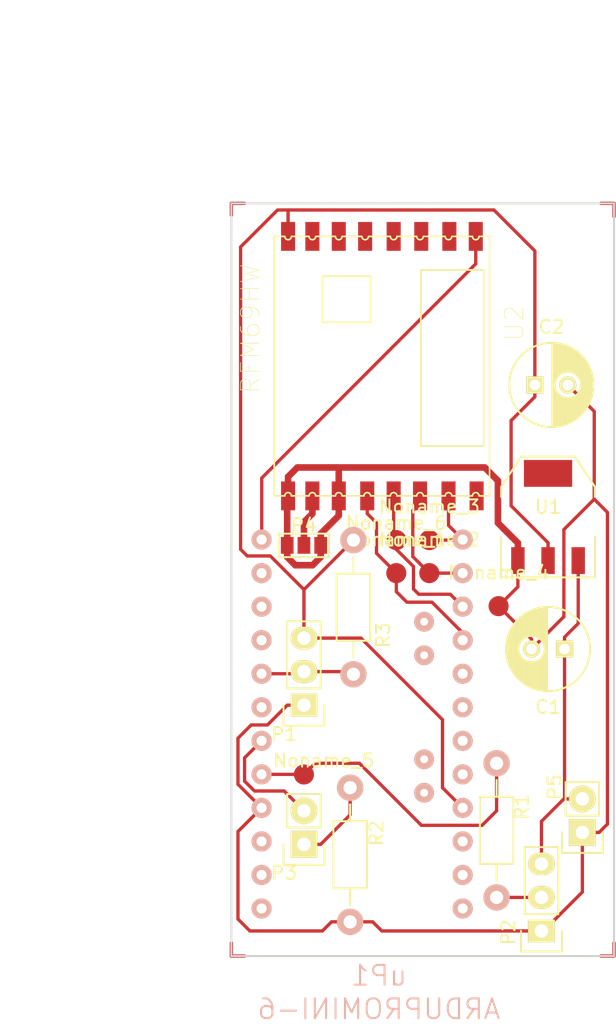
<source format=kicad_pcb>

(kicad_pcb
  (version 20171130)
  (host pcbnew "(5.1.12)-1")
  (general
    (thickness 1.6)
    (drawings 6)
    (tracks 163)
    (zones 0)
    (modules 19)
    (nets 15))
  (page A4)
  (layers
    (0 F.Cu signal)
    (31 B.Cu signal)
    (32 B.Adhes user)
    (33 F.Adhes user)
    (34 B.Paste user)
    (35 F.Paste user)
    (36 B.SilkS user)
    (37 F.SilkS user)
    (38 B.Mask user)
    (39 F.Mask user)
    (40 Dwgs.User user)
    (41 Cmts.User user)
    (42 Eco1.User user)
    (43 Eco2.User user)
    (44 Edge.Cuts user)
    (45 Margin user)
    (46 B.CrtYd user)
    (47 F.CrtYd user)
    (48 B.Fab user)
    (49 F.Fab user))
  (setup
    (last_trace_width 0.25)
    (trace_clearance 0.2)
    (zone_clearance 0.508)
    (zone_45_only no)
    (trace_min 0.2)
    (via_size 0.6)
    (via_drill 0.4)
    (via_min_size 0.4)
    (via_min_drill 0.3)
    (uvia_size 0.3)
    (uvia_drill 0.1)
    (uvias_allowed no)
    (uvia_min_size 0.2)
    (uvia_min_drill 0.1)
    (edge_width 0.15)
    (segment_width 0.2)
    (pcb_text_width 0.3)
    (pcb_text_size 1.5 1.5)
    (mod_edge_width 0.15)
    (mod_text_size 1 1)
    (mod_text_width 0.15)
    (pad_size 1.524 1.524)
    (pad_drill 0.762)
    (pad_to_mask_clearance 0.2)
    (aux_axis_origin 0 0)
    (visible_elements 7FFFFFFF)
    (pcbplotparams
      (layerselection 0x00030_80000001)
      (usegerberextensions false)
      (usegerberattributes true)
      (usegerberadvancedattributes true)
      (creategerberjobfile true)
      (excludeedgelayer true)
      (linewidth 1.0)
      (plotframeref false)
      (viasonmask false)
      (mode 1)
      (useauxorigin false)
      (hpglpennumber 1)
      (hpglpenspeed 20)
      (hpglpendiameter 15.0)
      (psnegative false)
      (psa4output false)
      (plotreference true)
      (plotvalue true)
      (plotinvisibletext false)
      (padsonsilk false)
      (subtractmaskfromsilk false)
      (outputformat 1)
      (mirror false)
      (drillshape 1)
      (scaleselection 1)
      (outputdirectory "")))
  (net 0 "")
  (net 1 GND)
  (net 2 +5V)
  (net 3 "Net-(C2-Pad1)")
  (net 4 "Net-(P1-Pad2)")
  (net 5 "Net-(P2-Pad2)")
  (net 6 "Net-(P3-Pad1)")
  (net 7 "Net-(P3-Pad2)")
  (net 8 "Net-(P4-Pad2)")
  (net 9 "Net-(R1-Pad1)")
  (net 10 "Net-(U2-PadRESE)")
  (net 11 "Net-(U2-PadSCK)")
  (net 12 "Net-(U2-PadMISO)")
  (net 13 "Net-(U2-PadMOSI)")
  (net 14 "Net-(U2-PadNSS)")
  (net_class Default "This is the default net class."
    (clearance 0.2)
    (trace_width 0.25)
    (via_dia 0.6)
    (via_drill 0.4)
    (uvia_dia 0.3)
    (uvia_drill 0.1)
    (add_net +5V)
    (add_net GND)
    (add_net "Net-(C2-Pad1)")
    (add_net "Net-(P1-Pad2)")
    (add_net "Net-(P2-Pad2)")
    (add_net "Net-(P3-Pad1)")
    (add_net "Net-(P3-Pad2)")
    (add_net "Net-(P4-Pad2)")
    (add_net "Net-(R1-Pad1)")
    (add_net "Net-(U2-PadMISO)")
    (add_net "Net-(U2-PadMOSI)")
    (add_net "Net-(U2-PadNSS)")
    (add_net "Net-(U2-PadRESE)")
    (add_net "Net-(U2-PadSCK)"))
  (net_class RF ""
    (clearance 0.2)
    (trace_width 0.5)
    (via_dia 0.6)
    (via_drill 0.4)
    (uvia_dia 0.3)
    (uvia_drill 0.1))
  (module ArduProMiniTKB:ArduProMini-6
    (layer B.Cu)
    (tedit 5767CBCA)
    (tstamp 575FD055)
    (at 40.75 107.55)
    (path /575F2622)
    (fp_text reference uP1
      (at 11.43 -1.27)
      (layer B.SilkS)
      (effects
        (font
          (size 1.5 1.5)
          (thickness 0.15))
        (justify mirror)))
    (fp_text value ARDUPROMINI-6
      (at 11.43 1.27)
      (layer B.SilkS)
      (effects
        (font
          (size 1.5 1.5)
          (thickness 0.15))
        (justify mirror)))
    (pad 7 thru_hole circle
      (at 2.54 -6.35)
      (size 1.524 1.524)
      (drill 0.762)
      (layers *.Cu *.Mask B.SilkS))
    (pad 8 thru_hole circle
      (at 2.54 -8.89)
      (size 1.524 1.524)
      (drill 0.762)
      (layers *.Cu *.Mask B.SilkS))
    (pad 9 thru_hole circle
      (at 2.54 -11.43)
      (size 1.524 1.524)
      (drill 0.762)
      (layers *.Cu *.Mask B.SilkS))
    (pad 10 thru_hole circle
      (at 2.54 -13.97)
      (size 1.524 1.524)
      (drill 0.762)
      (layers *.Cu *.Mask B.SilkS)
      (net 1 GND))
    (pad 11 thru_hole circle
      (at 2.54 -16.51)
      (size 1.524 1.524)
      (drill 0.762)
      (layers *.Cu *.Mask B.SilkS)
      (net 9 "Net-(R1-Pad1)"))
    (pad 12 thru_hole circle
      (at 2.54 -19.05)
      (size 1.524 1.524)
      (drill 0.762)
      (layers *.Cu *.Mask B.SilkS)
      (net 7 "Net-(P3-Pad2)"))
    (pad 13 thru_hole circle
      (at 2.54 -21.59)
      (size 1.524 1.524)
      (drill 0.762)
      (layers *.Cu *.Mask B.SilkS))
    (pad 14 thru_hole circle
      (at 2.54 -24.13)
      (size 1.524 1.524)
      (drill 0.762)
      (layers *.Cu *.Mask B.SilkS)
      (net 4 "Net-(P1-Pad2)"))
    (pad 15 thru_hole circle
      (at 2.54 -26.67)
      (size 1.524 1.524)
      (drill 0.762)
      (layers *.Cu *.Mask B.SilkS))
    (pad 16 thru_hole circle
      (at 2.54 -29.21)
      (size 1.524 1.524)
      (drill 0.762)
      (layers *.Cu *.Mask B.SilkS))
    (pad 17 thru_hole circle
      (at 2.54 -31.75)
      (size 1.524 1.524)
      (drill 0.762)
      (layers *.Cu *.Mask B.SilkS))
    (pad 18 thru_hole circle
      (at 2.54 -34.29)
      (size 1.524 1.524)
      (drill 0.762)
      (layers *.Cu *.Mask B.SilkS)
      (net 10 "Net-(U2-PadRESE)"))
    (pad 19 thru_hole circle
      (at 17.78 -6.35)
      (size 1.524 1.524)
      (drill 0.762)
      (layers *.Cu *.Mask B.SilkS))
    (pad 20 thru_hole circle
      (at 17.78 -8.89)
      (size 1.524 1.524)
      (drill 0.762)
      (layers *.Cu *.Mask B.SilkS))
    (pad 21 thru_hole circle
      (at 17.78 -11.43)
      (size 1.524 1.524)
      (drill 0.762)
      (layers *.Cu *.Mask B.SilkS))
    (pad 22 thru_hole circle
      (at 17.78 -13.97)
      (size 1.524 1.524)
      (drill 0.762)
      (layers *.Cu *.Mask B.SilkS)
      (net 3 "Net-(C2-Pad1)"))
    (pad 23 thru_hole circle
      (at 17.78 -16.51)
      (size 1.524 1.524)
      (drill 0.762)
      (layers *.Cu *.Mask B.SilkS))
    (pad 24 thru_hole circle
      (at 17.78 -19.05)
      (size 1.524 1.524)
      (drill 0.762)
      (layers *.Cu *.Mask B.SilkS))
    (pad 25 thru_hole circle
      (at 17.78 -21.59)
      (size 1.524 1.524)
      (drill 0.762)
      (layers *.Cu *.Mask B.SilkS))
    (pad 26 thru_hole circle
      (at 17.78 -24.13)
      (size 1.524 1.524)
      (drill 0.762)
      (layers *.Cu *.Mask B.SilkS))
    (pad 27 thru_hole circle
      (at 17.78 -26.67)
      (size 1.524 1.524)
      (drill 0.762)
      (layers *.Cu *.Mask B.SilkS)
      (net 11 "Net-(U2-PadSCK)"))
    (pad 28 thru_hole circle
      (at 17.78 -29.21)
      (size 1.524 1.524)
      (drill 0.762)
      (layers *.Cu *.Mask B.SilkS)
      (net 12 "Net-(U2-PadMISO)"))
    (pad 29 thru_hole circle
      (at 17.78 -31.75)
      (size 1.524 1.524)
      (drill 0.762)
      (layers *.Cu *.Mask B.SilkS)
      (net 13 "Net-(U2-PadMOSI)"))
    (pad 30 thru_hole circle
      (at 17.78 -34.29)
      (size 1.524 1.524)
      (drill 0.762)
      (layers *.Cu *.Mask B.SilkS)
      (net 14 "Net-(U2-PadNSS)"))
    (pad 31 thru_hole circle
      (at 14.859 -15.113)
      (size 1.5 1.5)
      (drill 0.6)
      (layers *.Cu *.Mask B.SilkS))
    (pad 32 thru_hole circle
      (at 14.859 -17.653)
      (size 1.5 1.5)
      (drill 0.6)
      (layers *.Cu *.Mask B.SilkS))
    (pad 34 thru_hole circle
      (at 14.859 -25.527)
      (size 1.5 1.5)
      (drill 0.6)
      (layers *.Cu *.Mask B.SilkS))
    (pad 35 thru_hole circle
      (at 14.859 -28.067)
      (size 1.5 1.5)
      (drill 0.6)
      (layers *.Cu *.Mask B.SilkS)))
  (module Measurement_Points:Measurement_Point_Round-SMD-Pad_Small
    (layer F.Cu)
    (tedit 5767CDD2)
    (tstamp 575FD069)
    (at 53.5 73.3)
    (descr "Mesurement Point, Round, SMD Pad, DM 1.5mm,")
    (tags "Mesurement Point, Round, SMD Pad, DM 1.5mm,")
    (path /575FCAC3)
    (fp_text reference Noname_6
      (at 0 -1.3)
      (layer F.SilkS)
      (effects
        (font
          (size 1 1)
          (thickness 0.15))))
    (fp_text value ""
      (at -1.5 4.2 90)
      (layer F.Fab)
      (effects
        (font
          (size 1 1)
          (thickness 0.15))))
    (pad 1 smd circle
      (at 0 0)
      (size 1.524 1.524)
      (layers F.Cu F.Paste F.Mask)
      (net 12 "Net-(U2-PadMISO)")))
  (module Resistors_ThroughHole:Resistor_Horizontal_RM10mm
    (layer F.Cu)
    (tedit 5767CCAF)
    (tstamp 575FD00D)
    (at 61.1 90.2 270)
    (descr "Resistor, Axial,  RM 10mm, 1/3W")
    (tags "Resistor Axial RM 10mm 1/3W")
    (path /575FC5F1)
    (fp_text reference R1
      (at 3.3 -1.9 270)
      (layer F.SilkS)
      (effects
        (font
          (size 1 1)
          (thickness 0.15))))
    (fp_text value 470
      (at 5.3 0.1 270)
      (layer F.Fab)
      (effects
        (font
          (size 1 1)
          (thickness 0.15))))
    (fp_line
      (start 7.62 0)
      (end 8.89 0)
      (layer F.SilkS)
      (width 0.15))
    (fp_line
      (start 2.54 0)
      (end 1.27 0)
      (layer F.SilkS)
      (width 0.15))
    (fp_line
      (start 2.54 1.27)
      (end 2.54 -1.27)
      (layer F.SilkS)
      (width 0.15))
    (fp_line
      (start 7.62 1.27)
      (end 2.54 1.27)
      (layer F.SilkS)
      (width 0.15))
    (fp_line
      (start 7.62 -1.27)
      (end 7.62 1.27)
      (layer F.SilkS)
      (width 0.15))
    (fp_line
      (start 2.54 -1.27)
      (end 7.62 -1.27)
      (layer F.SilkS)
      (width 0.15))
    (fp_line
      (start -1.25 1.5)
      (end 11.4 1.5)
      (layer F.CrtYd)
      (width 0.05))
    (fp_line
      (start 11.4 -1.5)
      (end 11.4 1.5)
      (layer F.CrtYd)
      (width 0.05))
    (fp_line
      (start -1.25 1.5)
      (end -1.25 -1.5)
      (layer F.CrtYd)
      (width 0.05))
    (fp_line
      (start -1.25 -1.5)
      (end 11.4 -1.5)
      (layer F.CrtYd)
      (width 0.05))
    (pad 1 thru_hole circle
      (at 0 0 270)
      (size 1.99898 1.99898)
      (drill 1.00076)
      (layers *.Cu *.SilkS *.Mask)
      (net 9 "Net-(R1-Pad1)"))
    (pad 2 thru_hole circle
      (at 10.16 0 270)
      (size 1.99898 1.99898)
      (drill 1.00076)
      (layers *.Cu *.SilkS *.Mask)
      (net 5 "Net-(P2-Pad2)"))
    (model Resistors_ThroughHole.3dshapes/Resistor_Horizontal_RM10mm.wrl
      (at
        (xyz 0 0 0))
      (scale
        (xyz 0.4 0.4 0.4))
      (rotate
        (xyz 0 0 0))))
  (module Pin_Headers:Pin_Header_Straight_1x03
    (layer F.Cu)
    (tedit 5767CC99)
    (tstamp 575FCFF5)
    (at 64.5 102.9 180)
    (descr "Through hole pin header")
    (tags "pin header")
    (path /575FC5BE)
    (fp_text reference P2
      (at 2.5 -0.1 90)
      (layer F.SilkS)
      (effects
        (font
          (size 1 1)
          (thickness 0.15))))
    (fp_text value CONN_PIR
      (at -2.5 1.9 270)
      (layer F.Fab)
      (effects
        (font
          (size 1 1)
          (thickness 0.15))))
    (fp_line
      (start -1.55 -1.55)
      (end 1.55 -1.55)
      (layer F.SilkS)
      (width 0.15))
    (fp_line
      (start -1.55 0)
      (end -1.55 -1.55)
      (layer F.SilkS)
      (width 0.15))
    (fp_line
      (start 1.27 1.27)
      (end -1.27 1.27)
      (layer F.SilkS)
      (width 0.15))
    (fp_line
      (start 1.55 -1.55)
      (end 1.55 0)
      (layer F.SilkS)
      (width 0.15))
    (fp_line
      (start 1.27 6.35)
      (end 1.27 1.27)
      (layer F.SilkS)
      (width 0.15))
    (fp_line
      (start -1.27 6.35)
      (end 1.27 6.35)
      (layer F.SilkS)
      (width 0.15))
    (fp_line
      (start -1.27 1.27)
      (end -1.27 6.35)
      (layer F.SilkS)
      (width 0.15))
    (fp_line
      (start -1.75 6.85)
      (end 1.75 6.85)
      (layer F.CrtYd)
      (width 0.05))
    (fp_line
      (start -1.75 -1.75)
      (end 1.75 -1.75)
      (layer F.CrtYd)
      (width 0.05))
    (fp_line
      (start 1.75 -1.75)
      (end 1.75 6.85)
      (layer F.CrtYd)
      (width 0.05))
    (fp_line
      (start -1.75 -1.75)
      (end -1.75 6.85)
      (layer F.CrtYd)
      (width 0.05))
    (pad 1 thru_hole rect
      (at 0 0 180)
      (size 2.032 1.7272)
      (drill 1.016)
      (layers *.Cu *.Mask F.SilkS)
      (net 1 GND))
    (pad 2 thru_hole oval
      (at 0 2.54 180)
      (size 2.032 1.7272)
      (drill 1.016)
      (layers *.Cu *.Mask F.SilkS)
      (net 5 "Net-(P2-Pad2)"))
    (pad 3 thru_hole oval
      (at 0 5.08 180)
      (size 2.032 1.7272)
      (drill 1.016)
      (layers *.Cu *.Mask F.SilkS)
      (net 2 +5V))
    (model Pin_Headers.3dshapes/Pin_Header_Straight_1x03.wrl
      (offset
        (xyz 0 -2.539999961853027 0))
      (scale
        (xyz 1 1 1))
      (rotate
        (xyz 0 0 90))))
  (module Capacitors_ThroughHole:C_Radial_D6.3_L11.2_P2.5
    (layer F.Cu)
    (tedit 0)
    (tstamp 575FCFE1)
    (at 66.25 81.55 180)
    (descr "Radial Electrolytic Capacitor, Diameter 6.3mm x Length 11.2mm, Pitch 2.5mm")
    (tags "Electrolytic Capacitor")
    (path /575FBCE7)
    (fp_text reference C1
      (at 1.25 -4.4 180)
      (layer F.SilkS)
      (effects
        (font
          (size 1 1)
          (thickness 0.15))))
    (fp_text value 10uF
      (at 1.25 4.4 180)
      (layer F.Fab)
      (effects
        (font
          (size 1 1)
          (thickness 0.15))))
    (fp_circle
      (center 1.25 0)
      (end 1.25 -3.4)
      (layer F.CrtYd)
      (width 0.05))
    (fp_circle
      (center 1.25 0)
      (end 1.25 -3.1875)
      (layer F.SilkS)
      (width 0.15))
    (fp_circle
      (center 2.5 0)
      (end 2.5 -1)
      (layer F.SilkS)
      (width 0.15))
    (fp_line
      (start 4.265 -0.912)
      (end 4.265 0.912)
      (layer F.SilkS)
      (width 0.15))
    (fp_line
      (start 4.125 -1.287)
      (end 4.125 1.287)
      (layer F.SilkS)
      (width 0.15))
    (fp_line
      (start 3.985 -1.563)
      (end 3.985 1.563)
      (layer F.SilkS)
      (width 0.15))
    (fp_line
      (start 3.845 -1.786)
      (end 3.845 1.786)
      (layer F.SilkS)
      (width 0.15))
    (fp_line
      (start 3.705 -1.974)
      (end 3.705 1.974)
      (layer F.SilkS)
      (width 0.15))
    (fp_line
      (start 3.565 -2.136)
      (end 3.565 2.136)
      (layer F.SilkS)
      (width 0.15))
    (fp_line
      (start 3.425 0.38)
      (end 3.425 2.279)
      (layer F.SilkS)
      (width 0.15))
    (fp_line
      (start 3.425 -2.279)
      (end 3.425 -0.38)
      (layer F.SilkS)
      (width 0.15))
    (fp_line
      (start 3.285 0.619)
      (end 3.285 2.404)
      (layer F.SilkS)
      (width 0.15))
    (fp_line
      (start 3.285 -2.404)
      (end 3.285 -0.619)
      (layer F.SilkS)
      (width 0.15))
    (fp_line
      (start 3.145 0.764)
      (end 3.145 2.516)
      (layer F.SilkS)
      (width 0.15))
    (fp_line
      (start 3.145 -2.516)
      (end 3.145 -0.764)
      (layer F.SilkS)
      (width 0.15))
    (fp_line
      (start 3.005 0.863)
      (end 3.005 2.616)
      (layer F.SilkS)
      (width 0.15))
    (fp_line
      (start 3.005 -2.616)
      (end 3.005 -0.863)
      (layer F.SilkS)
      (width 0.15))
    (fp_line
      (start 2.865 0.931)
      (end 2.865 2.704)
      (layer F.SilkS)
      (width 0.15))
    (fp_line
      (start 2.865 -2.704)
      (end 2.865 -0.931)
      (layer F.SilkS)
      (width 0.15))
    (fp_line
      (start 2.725 0.974)
      (end 2.725 2.783)
      (layer F.SilkS)
      (width 0.15))
    (fp_line
      (start 2.725 -2.783)
      (end 2.725 -0.974)
      (layer F.SilkS)
      (width 0.15))
    (fp_line
      (start 2.585 0.996)
      (end 2.585 2.853)
      (layer F.SilkS)
      (width 0.15))
    (fp_line
      (start 2.585 -2.853)
      (end 2.585 -0.996)
      (layer F.SilkS)
      (width 0.15))
    (fp_line
      (start 2.445 0.998)
      (end 2.445 2.915)
      (layer F.SilkS)
      (width 0.15))
    (fp_line
      (start 2.445 -2.915)
      (end 2.445 -0.998)
      (layer F.SilkS)
      (width 0.15))
    (fp_line
      (start 2.305 0.981)
      (end 2.305 2.968)
      (layer F.SilkS)
      (width 0.15))
    (fp_line
      (start 2.305 -2.968)
      (end 2.305 -0.981)
      (layer F.SilkS)
      (width 0.15))
    (fp_line
      (start 2.165 0.942)
      (end 2.165 3.014)
      (layer F.SilkS)
      (width 0.15))
    (fp_line
      (start 2.165 -3.014)
      (end 2.165 -0.942)
      (layer F.SilkS)
      (width 0.15))
    (fp_line
      (start 2.025 0.88)
      (end 2.025 3.053)
      (layer F.SilkS)
      (width 0.15))
    (fp_line
      (start 2.025 -3.053)
      (end 2.025 -0.88)
      (layer F.SilkS)
      (width 0.15))
    (fp_line
      (start 1.885 0.789)
      (end 1.885 3.085)
      (layer F.SilkS)
      (width 0.15))
    (fp_line
      (start 1.885 -3.085)
      (end 1.885 -0.789)
      (layer F.SilkS)
      (width 0.15))
    (fp_line
      (start 1.745 0.656)
      (end 1.745 3.111)
      (layer F.SilkS)
      (width 0.15))
    (fp_line
      (start 1.745 -3.111)
      (end 1.745 -0.656)
      (layer F.SilkS)
      (width 0.15))
    (fp_line
      (start 1.605 0.446)
      (end 1.605 3.13)
      (layer F.SilkS)
      (width 0.15))
    (fp_line
      (start 1.605 -3.13)
      (end 1.605 -0.446)
      (layer F.SilkS)
      (width 0.15))
    (fp_line
      (start 1.465 -3.143)
      (end 1.465 3.143)
      (layer F.SilkS)
      (width 0.15))
    (fp_line
      (start 1.325 -3.149)
      (end 1.325 3.149)
      (layer F.SilkS)
      (width 0.15))
    (pad 2 thru_hole circle
      (at 2.5 0 180)
      (size 1.3 1.3)
      (drill 0.8)
      (layers *.Cu *.Mask F.SilkS)
      (net 1 GND))
    (pad 1 thru_hole rect
      (at 0 0 180)
      (size 1.3 1.3)
      (drill 0.8)
      (layers *.Cu *.Mask F.SilkS)
      (net 2 +5V))
    (model Capacitors_ThroughHole.3dshapes/C_Radial_D6.3_L11.2_P2.5.wrl
      (at
        (xyz 0 0 0))
      (scale
        (xyz 1 1 1))
      (rotate
        (xyz 0 0 0))))
  (module Capacitors_ThroughHole:C_Radial_D6.3_L11.2_P2.5
    (layer F.Cu)
    (tedit 0)
    (tstamp 575FCFE7)
    (at 64 61.55)
    (descr "Radial Electrolytic Capacitor, Diameter 6.3mm x Length 11.2mm, Pitch 2.5mm")
    (tags "Electrolytic Capacitor")
    (path /575FBD81)
    (fp_text reference C2
      (at 1.25 -4.4)
      (layer F.SilkS)
      (effects
        (font
          (size 1 1)
          (thickness 0.15))))
    (fp_text value 100uF
      (at 1.25 4.4)
      (layer F.Fab)
      (effects
        (font
          (size 1 1)
          (thickness 0.15))))
    (fp_circle
      (center 1.25 0)
      (end 1.25 -3.4)
      (layer F.CrtYd)
      (width 0.05))
    (fp_circle
      (center 1.25 0)
      (end 1.25 -3.1875)
      (layer F.SilkS)
      (width 0.15))
    (fp_circle
      (center 2.5 0)
      (end 2.5 -1)
      (layer F.SilkS)
      (width 0.15))
    (fp_line
      (start 4.265 -0.912)
      (end 4.265 0.912)
      (layer F.SilkS)
      (width 0.15))
    (fp_line
      (start 4.125 -1.287)
      (end 4.125 1.287)
      (layer F.SilkS)
      (width 0.15))
    (fp_line
      (start 3.985 -1.563)
      (end 3.985 1.563)
      (layer F.SilkS)
      (width 0.15))
    (fp_line
      (start 3.845 -1.786)
      (end 3.845 1.786)
      (layer F.SilkS)
      (width 0.15))
    (fp_line
      (start 3.705 -1.974)
      (end 3.705 1.974)
      (layer F.SilkS)
      (width 0.15))
    (fp_line
      (start 3.565 -2.136)
      (end 3.565 2.136)
      (layer F.SilkS)
      (width 0.15))
    (fp_line
      (start 3.425 0.38)
      (end 3.425 2.279)
      (layer F.SilkS)
      (width 0.15))
    (fp_line
      (start 3.425 -2.279)
      (end 3.425 -0.38)
      (layer F.SilkS)
      (width 0.15))
    (fp_line
      (start 3.285 0.619)
      (end 3.285 2.404)
      (layer F.SilkS)
      (width 0.15))
    (fp_line
      (start 3.285 -2.404)
      (end 3.285 -0.619)
      (layer F.SilkS)
      (width 0.15))
    (fp_line
      (start 3.145 0.764)
      (end 3.145 2.516)
      (layer F.SilkS)
      (width 0.15))
    (fp_line
      (start 3.145 -2.516)
      (end 3.145 -0.764)
      (layer F.SilkS)
      (width 0.15))
    (fp_line
      (start 3.005 0.863)
      (end 3.005 2.616)
      (layer F.SilkS)
      (width 0.15))
    (fp_line
      (start 3.005 -2.616)
      (end 3.005 -0.863)
      (layer F.SilkS)
      (width 0.15))
    (fp_line
      (start 2.865 0.931)
      (end 2.865 2.704)
      (layer F.SilkS)
      (width 0.15))
    (fp_line
      (start 2.865 -2.704)
      (end 2.865 -0.931)
      (layer F.SilkS)
      (width 0.15))
    (fp_line
      (start 2.725 0.974)
      (end 2.725 2.783)
      (layer F.SilkS)
      (width 0.15))
    (fp_line
      (start 2.725 -2.783)
      (end 2.725 -0.974)
      (layer F.SilkS)
      (width 0.15))
    (fp_line
      (start 2.585 0.996)
      (end 2.585 2.853)
      (layer F.SilkS)
      (width 0.15))
    (fp_line
      (start 2.585 -2.853)
      (end 2.585 -0.996)
      (layer F.SilkS)
      (width 0.15))
    (fp_line
      (start 2.445 0.998)
      (end 2.445 2.915)
      (layer F.SilkS)
      (width 0.15))
    (fp_line
      (start 2.445 -2.915)
      (end 2.445 -0.998)
      (layer F.SilkS)
      (width 0.15))
    (fp_line
      (start 2.305 0.981)
      (end 2.305 2.968)
      (layer F.SilkS)
      (width 0.15))
    (fp_line
      (start 2.305 -2.968)
      (end 2.305 -0.981)
      (layer F.SilkS)
      (width 0.15))
    (fp_line
      (start 2.165 0.942)
      (end 2.165 3.014)
      (layer F.SilkS)
      (width 0.15))
    (fp_line
      (start 2.165 -3.014)
      (end 2.165 -0.942)
      (layer F.SilkS)
      (width 0.15))
    (fp_line
      (start 2.025 0.88)
      (end 2.025 3.053)
      (layer F.SilkS)
      (width 0.15))
    (fp_line
      (start 2.025 -3.053)
      (end 2.025 -0.88)
      (layer F.SilkS)
      (width 0.15))
    (fp_line
      (start 1.885 0.789)
      (end 1.885 3.085)
      (layer F.SilkS)
      (width 0.15))
    (fp_line
      (start 1.885 -3.085)
      (end 1.885 -0.789)
      (layer F.SilkS)
      (width 0.15))
    (fp_line
      (start 1.745 0.656)
      (end 1.745 3.111)
      (layer F.SilkS)
      (width 0.15))
    (fp_line
      (start 1.745 -3.111)
      (end 1.745 -0.656)
      (layer F.SilkS)
      (width 0.15))
    (fp_line
      (start 1.605 0.446)
      (end 1.605 3.13)
      (layer F.SilkS)
      (width 0.15))
    (fp_line
      (start 1.605 -3.13)
      (end 1.605 -0.446)
      (layer F.SilkS)
      (width 0.15))
    (fp_line
      (start 1.465 -3.143)
      (end 1.465 3.143)
      (layer F.SilkS)
      (width 0.15))
    (fp_line
      (start 1.325 -3.149)
      (end 1.325 3.149)
      (layer F.SilkS)
      (width 0.15))
    (pad 2 thru_hole circle
      (at 2.5 0)
      (size 1.3 1.3)
      (drill 0.8)
      (layers *.Cu *.Mask F.SilkS)
      (net 1 GND))
    (pad 1 thru_hole rect
      (at 0 0)
      (size 1.3 1.3)
      (drill 0.8)
      (layers *.Cu *.Mask F.SilkS)
      (net 3 "Net-(C2-Pad1)"))
    (model Capacitors_ThroughHole.3dshapes/C_Radial_D6.3_L11.2_P2.5.wrl
      (at
        (xyz 0 0 0))
      (scale
        (xyz 1 1 1))
      (rotate
        (xyz 0 0 0))))
  (module Pin_Headers:Pin_Header_Straight_1x03
    (layer F.Cu)
    (tedit 5767CD63)
    (tstamp 575FCFEE)
    (at 46.5 85.8 180)
    (descr "Through hole pin header")
    (tags "pin header")
    (path /575FBFBE)
    (fp_text reference P1
      (at 1.5 -2.2 180)
      (layer F.SilkS)
      (effects
        (font
          (size 1 1)
          (thickness 0.15))))
    (fp_text value 1WIRE
      (at -1.5 -2.2 180)
      (layer F.Fab)
      (effects
        (font
          (size 1 1)
          (thickness 0.15))))
    (fp_line
      (start -1.55 -1.55)
      (end 1.55 -1.55)
      (layer F.SilkS)
      (width 0.15))
    (fp_line
      (start -1.55 0)
      (end -1.55 -1.55)
      (layer F.SilkS)
      (width 0.15))
    (fp_line
      (start 1.27 1.27)
      (end -1.27 1.27)
      (layer F.SilkS)
      (width 0.15))
    (fp_line
      (start 1.55 -1.55)
      (end 1.55 0)
      (layer F.SilkS)
      (width 0.15))
    (fp_line
      (start 1.27 6.35)
      (end 1.27 1.27)
      (layer F.SilkS)
      (width 0.15))
    (fp_line
      (start -1.27 6.35)
      (end 1.27 6.35)
      (layer F.SilkS)
      (width 0.15))
    (fp_line
      (start -1.27 1.27)
      (end -1.27 6.35)
      (layer F.SilkS)
      (width 0.15))
    (fp_line
      (start -1.75 6.85)
      (end 1.75 6.85)
      (layer F.CrtYd)
      (width 0.05))
    (fp_line
      (start -1.75 -1.75)
      (end 1.75 -1.75)
      (layer F.CrtYd)
      (width 0.05))
    (fp_line
      (start 1.75 -1.75)
      (end 1.75 6.85)
      (layer F.CrtYd)
      (width 0.05))
    (fp_line
      (start -1.75 -1.75)
      (end -1.75 6.85)
      (layer F.CrtYd)
      (width 0.05))
    (pad 1 thru_hole rect
      (at 0 0 180)
      (size 2.032 1.7272)
      (drill 1.016)
      (layers *.Cu *.Mask F.SilkS)
      (net 1 GND))
    (pad 2 thru_hole oval
      (at 0 2.54 180)
      (size 2.032 1.7272)
      (drill 1.016)
      (layers *.Cu *.Mask F.SilkS)
      (net 4 "Net-(P1-Pad2)"))
    (pad 3 thru_hole oval
      (at 0 5.08 180)
      (size 2.032 1.7272)
      (drill 1.016)
      (layers *.Cu *.Mask F.SilkS)
      (net 3 "Net-(C2-Pad1)"))
    (model Pin_Headers.3dshapes/Pin_Header_Straight_1x03.wrl
      (offset
        (xyz 0 -2.539999961853027 0))
      (scale
        (xyz 1 1 1))
      (rotate
        (xyz 0 0 90))))
  (module Pin_Headers:Pin_Header_Straight_1x02
    (layer F.Cu)
    (tedit 5767CD78)
    (tstamp 575FCFFB)
    (at 46.5 96.34 180)
    (descr "Through hole pin header")
    (tags "pin header")
    (path /575FC228)
    (fp_text reference P3
      (at 1.5 -2.16 180)
      (layer F.SilkS)
      (effects
        (font
          (size 1 1)
          (thickness 0.15))))
    (fp_text value MTR
      (at -1 -2.16 180)
      (layer F.Fab)
      (effects
        (font
          (size 1 1)
          (thickness 0.15))))
    (fp_line
      (start -1.27 3.81)
      (end 1.27 3.81)
      (layer F.SilkS)
      (width 0.15))
    (fp_line
      (start -1.27 1.27)
      (end -1.27 3.81)
      (layer F.SilkS)
      (width 0.15))
    (fp_line
      (start -1.55 -1.55)
      (end 1.55 -1.55)
      (layer F.SilkS)
      (width 0.15))
    (fp_line
      (start -1.55 0)
      (end -1.55 -1.55)
      (layer F.SilkS)
      (width 0.15))
    (fp_line
      (start 1.27 1.27)
      (end -1.27 1.27)
      (layer F.SilkS)
      (width 0.15))
    (fp_line
      (start -1.75 4.3)
      (end 1.75 4.3)
      (layer F.CrtYd)
      (width 0.05))
    (fp_line
      (start -1.75 -1.75)
      (end 1.75 -1.75)
      (layer F.CrtYd)
      (width 0.05))
    (fp_line
      (start 1.75 -1.75)
      (end 1.75 4.3)
      (layer F.CrtYd)
      (width 0.05))
    (fp_line
      (start -1.75 -1.75)
      (end -1.75 4.3)
      (layer F.CrtYd)
      (width 0.05))
    (fp_line
      (start 1.55 -1.55)
      (end 1.55 0)
      (layer F.SilkS)
      (width 0.15))
    (fp_line
      (start 1.27 1.27)
      (end 1.27 3.81)
      (layer F.SilkS)
      (width 0.15))
    (pad 1 thru_hole rect
      (at 0 0 180)
      (size 2.032 2.032)
      (drill 1.016)
      (layers *.Cu *.Mask F.SilkS)
      (net 6 "Net-(P3-Pad1)"))
    (pad 2 thru_hole oval
      (at 0 2.54 180)
      (size 2.032 2.032)
      (drill 1.016)
      (layers *.Cu *.Mask F.SilkS)
      (net 7 "Net-(P3-Pad2)"))
    (model Pin_Headers.3dshapes/Pin_Header_Straight_1x02.wrl
      (offset
        (xyz 0 -1.269999980926514 0))
      (scale
        (xyz 1 1 1))
      (rotate
        (xyz 0 0 90))))
  (module Pin_Headers:Pin_Header_Straight_1x02
    (layer F.Cu)
    (tedit 5767CC86)
    (tstamp 575FD007)
    (at 67.6 95.44 180)
    (descr "Through hole pin header")
    (tags "pin header")
    (path /575FD2E0)
    (fp_text reference P5
      (at 2.1 3.44 270)
      (layer F.SilkS)
      (effects
        (font
          (size 1 1)
          (thickness 0.15))))
    (fp_text value CONN_PWR
      (at -0.4 7.94 270)
      (layer F.Fab)
      (effects
        (font
          (size 1 1)
          (thickness 0.15))))
    (fp_line
      (start -1.27 3.81)
      (end 1.27 3.81)
      (layer F.SilkS)
      (width 0.15))
    (fp_line
      (start -1.27 1.27)
      (end -1.27 3.81)
      (layer F.SilkS)
      (width 0.15))
    (fp_line
      (start -1.55 -1.55)
      (end 1.55 -1.55)
      (layer F.SilkS)
      (width 0.15))
    (fp_line
      (start -1.55 0)
      (end -1.55 -1.55)
      (layer F.SilkS)
      (width 0.15))
    (fp_line
      (start 1.27 1.27)
      (end -1.27 1.27)
      (layer F.SilkS)
      (width 0.15))
    (fp_line
      (start -1.75 4.3)
      (end 1.75 4.3)
      (layer F.CrtYd)
      (width 0.05))
    (fp_line
      (start -1.75 -1.75)
      (end 1.75 -1.75)
      (layer F.CrtYd)
      (width 0.05))
    (fp_line
      (start 1.75 -1.75)
      (end 1.75 4.3)
      (layer F.CrtYd)
      (width 0.05))
    (fp_line
      (start -1.75 -1.75)
      (end -1.75 4.3)
      (layer F.CrtYd)
      (width 0.05))
    (fp_line
      (start 1.55 -1.55)
      (end 1.55 0)
      (layer F.SilkS)
      (width 0.15))
    (fp_line
      (start 1.27 1.27)
      (end 1.27 3.81)
      (layer F.SilkS)
      (width 0.15))
    (pad 1 thru_hole rect
      (at 0 0 180)
      (size 2.032 2.032)
      (drill 1.016)
      (layers *.Cu *.Mask F.SilkS)
      (net 1 GND))
    (pad 2 thru_hole oval
      (at 0 2.54 180)
      (size 2.032 2.032)
      (drill 1.016)
      (layers *.Cu *.Mask F.SilkS)
      (net 2 +5V))
    (model Pin_Headers.3dshapes/Pin_Header_Straight_1x02.wrl
      (offset
        (xyz 0 -1.269999980926514 0))
      (scale
        (xyz 1 1 1))
      (rotate
        (xyz 0 0 90))))
  (module Resistors_ThroughHole:Resistor_Horizontal_RM10mm
    (layer F.Cu)
    (tedit 5767CCB9)
    (tstamp 575FD013)
    (at 50 102.21 90)
    (descr "Resistor, Axial,  RM 10mm, 1/3W")
    (tags "Resistor Axial RM 10mm 1/3W")
    (path /575FC3E8)
    (fp_text reference R2
      (at 6.71 2 90)
      (layer F.SilkS)
      (effects
        (font
          (size 1 1)
          (thickness 0.15))))
    (fp_text value 470
      (at 5.21 0 90)
      (layer F.Fab)
      (effects
        (font
          (size 1 1)
          (thickness 0.15))))
    (fp_line
      (start 7.62 0)
      (end 8.89 0)
      (layer F.SilkS)
      (width 0.15))
    (fp_line
      (start 2.54 0)
      (end 1.27 0)
      (layer F.SilkS)
      (width 0.15))
    (fp_line
      (start 2.54 1.27)
      (end 2.54 -1.27)
      (layer F.SilkS)
      (width 0.15))
    (fp_line
      (start 7.62 1.27)
      (end 2.54 1.27)
      (layer F.SilkS)
      (width 0.15))
    (fp_line
      (start 7.62 -1.27)
      (end 7.62 1.27)
      (layer F.SilkS)
      (width 0.15))
    (fp_line
      (start 2.54 -1.27)
      (end 7.62 -1.27)
      (layer F.SilkS)
      (width 0.15))
    (fp_line
      (start -1.25 1.5)
      (end 11.4 1.5)
      (layer F.CrtYd)
      (width 0.05))
    (fp_line
      (start 11.4 -1.5)
      (end 11.4 1.5)
      (layer F.CrtYd)
      (width 0.05))
    (fp_line
      (start -1.25 1.5)
      (end -1.25 -1.5)
      (layer F.CrtYd)
      (width 0.05))
    (fp_line
      (start -1.25 -1.5)
      (end 11.4 -1.5)
      (layer F.CrtYd)
      (width 0.05))
    (pad 1 thru_hole circle
      (at 0 0 90)
      (size 1.99898 1.99898)
      (drill 1.00076)
      (layers *.Cu *.SilkS *.Mask)
      (net 1 GND))
    (pad 2 thru_hole circle
      (at 10.16 0 90)
      (size 1.99898 1.99898)
      (drill 1.00076)
      (layers *.Cu *.SilkS *.Mask)
      (net 6 "Net-(P3-Pad1)"))
    (model Resistors_ThroughHole.3dshapes/Resistor_Horizontal_RM10mm.wrl
      (at
        (xyz 0 0 0))
      (scale
        (xyz 0.4 0.4 0.4))
      (rotate
        (xyz 0 0 0))))
  (module Resistors_ThroughHole:Resistor_Horizontal_RM10mm
    (layer F.Cu)
    (tedit 5767CDEE)
    (tstamp 575FD019)
    (at 50.25 73.3 270)
    (descr "Resistor, Axial,  RM 10mm, 1/3W")
    (tags "Resistor Axial RM 10mm 1/3W")
    (path /575FC07B)
    (fp_text reference R3
      (at 7.2 -2.25 270)
      (layer F.SilkS)
      (effects
        (font
          (size 1 1)
          (thickness 0.15))))
    (fp_text value 2.2k
      (at 5.2 0.25 270)
      (layer F.Fab)
      (effects
        (font
          (size 1 1)
          (thickness 0.15))))
    (fp_line
      (start 7.62 0)
      (end 8.89 0)
      (layer F.SilkS)
      (width 0.15))
    (fp_line
      (start 2.54 0)
      (end 1.27 0)
      (layer F.SilkS)
      (width 0.15))
    (fp_line
      (start 2.54 1.27)
      (end 2.54 -1.27)
      (layer F.SilkS)
      (width 0.15))
    (fp_line
      (start 7.62 1.27)
      (end 2.54 1.27)
      (layer F.SilkS)
      (width 0.15))
    (fp_line
      (start 7.62 -1.27)
      (end 7.62 1.27)
      (layer F.SilkS)
      (width 0.15))
    (fp_line
      (start 2.54 -1.27)
      (end 7.62 -1.27)
      (layer F.SilkS)
      (width 0.15))
    (fp_line
      (start -1.25 1.5)
      (end 11.4 1.5)
      (layer F.CrtYd)
      (width 0.05))
    (fp_line
      (start 11.4 -1.5)
      (end 11.4 1.5)
      (layer F.CrtYd)
      (width 0.05))
    (fp_line
      (start -1.25 1.5)
      (end -1.25 -1.5)
      (layer F.CrtYd)
      (width 0.05))
    (fp_line
      (start -1.25 -1.5)
      (end 11.4 -1.5)
      (layer F.CrtYd)
      (width 0.05))
    (pad 1 thru_hole circle
      (at 0 0 270)
      (size 1.99898 1.99898)
      (drill 1.00076)
      (layers *.Cu *.SilkS *.Mask)
      (net 3 "Net-(C2-Pad1)"))
    (pad 2 thru_hole circle
      (at 10.16 0 270)
      (size 1.99898 1.99898)
      (drill 1.00076)
      (layers *.Cu *.SilkS *.Mask)
      (net 4 "Net-(P1-Pad2)"))
    (model Resistors_ThroughHole.3dshapes/Resistor_Horizontal_RM10mm.wrl
      (at
        (xyz 0 0 0))
      (scale
        (xyz 0.4 0.4 0.4))
      (rotate
        (xyz 0 0 0))))
  (module TO_SOT_Packages_SMD:SOT-223
    (layer F.Cu)
    (tedit 0)
    (tstamp 575FD021)
    (at 65 71.55)
    (descr "module CMS SOT223 4 pins")
    (tags "CMS SOT")
    (path /575FB9AF)
    (attr smd)
    (fp_text reference U1
      (at 0 -0.762)
      (layer F.SilkS)
      (effects
        (font
          (size 1 1)
          (thickness 0.15))))
    (fp_text value AP1117D33
      (at 0 0.762)
      (layer F.Fab)
      (effects
        (font
          (size 1 1)
          (thickness 0.15))))
    (fp_line
      (start 3.556 -2.286)
      (end 3.556 -1.524)
      (layer F.SilkS)
      (width 0.15))
    (fp_line
      (start 2.032 -4.572)
      (end 3.556 -2.286)
      (layer F.SilkS)
      (width 0.15))
    (fp_line
      (start -2.032 -4.572)
      (end 2.032 -4.572)
      (layer F.SilkS)
      (width 0.15))
    (fp_line
      (start -3.556 -2.286)
      (end -2.032 -4.572)
      (layer F.SilkS)
      (width 0.15))
    (fp_line
      (start -3.556 -1.524)
      (end -3.556 -2.286)
      (layer F.SilkS)
      (width 0.15))
    (fp_line
      (start 3.556 4.572)
      (end 3.556 1.524)
      (layer F.SilkS)
      (width 0.15))
    (fp_line
      (start -3.556 4.572)
      (end 3.556 4.572)
      (layer F.SilkS)
      (width 0.15))
    (fp_line
      (start -3.556 1.524)
      (end -3.556 4.572)
      (layer F.SilkS)
      (width 0.15))
    (pad 4 smd rect
      (at 0 -3.302)
      (size 3.6576 2.032)
      (layers F.Cu F.Paste F.Mask))
    (pad 2 smd rect
      (at 0 3.302)
      (size 1.016 2.032)
      (layers F.Cu F.Paste F.Mask)
      (net 3 "Net-(C2-Pad1)"))
    (pad 3 smd rect
      (at 2.286 3.302)
      (size 1.016 2.032)
      (layers F.Cu F.Paste F.Mask)
      (net 2 +5V))
    (pad 1 smd rect
      (at -2.286 3.302)
      (size 1.016 2.032)
      (layers F.Cu F.Paste F.Mask)
      (net 1 GND))
    (model TO_SOT_Packages_SMD.3dshapes/SOT-223.wrl
      (at
        (xyz 0 0 0))
      (scale
        (xyz 0.4 0.4 0.4))
      (rotate
        (xyz 0 0 0))))
  (module RFM69HW:RFM
    (layer F.Cu)
    (tedit 0)
    (tstamp 575FD035)
    (at 44.25 50.3 270)
    (path /575F24C0)
    (solder_mask_margin 0.1)
    (attr smd)
    (fp_text reference U2
      (at 6.57225 -18.1928 270)
      (layer F.SilkS)
      (effects
        (font
          (size 1.4 1.4)
          (thickness 0.05))))
    (fp_text value RFM69HW
      (at 6.985 1.80975 270)
      (layer F.SilkS)
      (effects
        (font
          (size 1.4 1.4)
          (thickness 0.05))))
    (fp_line
      (start 6.50875 -7.3025)
      (end 3.01625 -7.3025)
      (layer F.SilkS)
      (width 0.127))
    (fp_line
      (start 6.50875 -3.81)
      (end 6.50875 -7.3025)
      (layer F.SilkS)
      (width 0.127))
    (fp_line
      (start 3.01625 -3.65125)
      (end 6.50875 -3.65125)
      (layer F.SilkS)
      (width 0.127))
    (fp_line
      (start 3.01625 -7.3025)
      (end 3.01625 -3.65125)
      (layer F.SilkS)
      (width 0.127))
    (fp_line
      (start 15.875 -15.875)
      (end 2.54 -15.875)
      (layer F.SilkS)
      (width 0.127))
    (fp_line
      (start 15.875 -11.1125)
      (end 15.875 -15.875)
      (layer F.SilkS)
      (width 0.127))
    (fp_line
      (start 2.54 -11.1125)
      (end 15.875 -11.1125)
      (layer F.SilkS)
      (width 0.127))
    (fp_line
      (start 2.54 -15.875)
      (end 2.54 -11.1125)
      (layer F.SilkS)
      (width 0.127))
    (fp_line
      (start 19.6513 -15.52)
      (end 19.6513 -16.3175)
      (layer F.SilkS)
      (width 0.127))
    (fp_line
      (start 19.6513 -13.4563)
      (end 19.6513 -15.02)
      (layer F.SilkS)
      (width 0.127))
    (fp_line
      (start 19.6513 -11.2975)
      (end 19.6513 -12.9563)
      (layer F.SilkS)
      (width 0.127))
    (fp_line
      (start 19.6513 -9.2975)
      (end 19.6513 -10.7975)
      (layer F.SilkS)
      (width 0.127))
    (fp_line
      (start 19.6513 -7.2975)
      (end 19.6513 -8.7975)
      (layer F.SilkS)
      (width 0.127))
    (fp_line
      (start 19.6513 -5.13875)
      (end 19.6513 -6.7975)
      (layer F.SilkS)
      (width 0.127))
    (fp_line
      (start 19.6513 -3.13875)
      (end 19.6513 -4.63875)
      (layer F.SilkS)
      (width 0.127))
    (fp_line
      (start 19.6513 -1.2975)
      (end 19.6513 -2.63875)
      (layer F.SilkS)
      (width 0.127))
    (fp_line
      (start 19.6513 0)
      (end 19.6513 -0.7975)
      (layer F.SilkS)
      (width 0.127))
    (fp_line
      (start 0 -15.52)
      (end 0 -16.3175)
      (layer F.SilkS)
      (width 0.127))
    (fp_line
      (start 0 -13.4563)
      (end 0 -15.02)
      (layer F.SilkS)
      (width 0.127))
    (fp_line
      (start 0 -11.2975)
      (end 0 -12.9563)
      (layer F.SilkS)
      (width 0.127))
    (fp_line
      (start 0 -9.2975)
      (end 0 -10.7975)
      (layer F.SilkS)
      (width 0.127))
    (fp_line
      (start 0 -7.13875)
      (end 0 -8.7975)
      (layer F.SilkS)
      (width 0.127))
    (fp_line
      (start 0 -5.13875)
      (end 0 -6.63875)
      (layer F.SilkS)
      (width 0.127))
    (fp_line
      (start 0 -3.13875)
      (end 0 -4.63875)
      (layer F.SilkS)
      (width 0.127))
    (fp_line
      (start 0 -1.2975)
      (end 0 -2.63875)
      (layer F.SilkS)
      (width 0.127))
    (fp_line
      (start 0 0)
      (end 0 -0.7975)
      (layer F.SilkS)
      (width 0.127))
    (fp_line
      (start 0 0)
      (end 19.6513 0)
      (layer F.SilkS)
      (width 0.127))
    (fp_line
      (start 0 -16.3175)
      (end 19.6513 -16.3175)
      (layer F.SilkS)
      (width 0.127))
    (fp_arc
      (start 0 -1.0475)
      (end 0 -0.7975)
      (angle -180)
      (layer F.SilkS)
      (width 0.127))
    (fp_arc
      (start 0 -2.88875)
      (end 0 -2.63875)
      (angle -180)
      (layer F.SilkS)
      (width 0.127))
    (fp_arc
      (start 0 -4.88875)
      (end 0 -4.63875)
      (angle -180)
      (layer F.SilkS)
      (width 0.127))
    (fp_arc
      (start 0 -6.88875)
      (end 0 -6.63875)
      (angle -180)
      (layer F.SilkS)
      (width 0.127))
    (fp_arc
      (start 0 -9.0475)
      (end 0 -8.7975)
      (angle -180)
      (layer F.SilkS)
      (width 0.127))
    (fp_arc
      (start 0 -11.0475)
      (end 0 -10.7975)
      (angle -180)
      (layer F.SilkS)
      (width 0.127))
    (fp_arc
      (start 0 -13.2063)
      (end 0 -12.9563)
      (angle -180)
      (layer F.SilkS)
      (width 0.127))
    (fp_arc
      (start 19.6513 -1.0475)
      (end 19.6513 -1.2975)
      (angle -180)
      (layer F.SilkS)
      (width 0.127))
    (fp_arc
      (start 19.6513 -2.88875)
      (end 19.6513 -3.13875)
      (angle -180)
      (layer F.SilkS)
      (width 0.127))
    (fp_arc
      (start 19.6513 -4.88875)
      (end 19.6513 -5.13875)
      (angle -180)
      (layer F.SilkS)
      (width 0.127))
    (fp_arc
      (start 19.6513 -7.0475)
      (end 19.6513 -7.2975)
      (angle -180)
      (layer F.SilkS)
      (width 0.127))
    (fp_arc
      (start 19.6513 -9.0475)
      (end 19.6513 -9.2975)
      (angle -180)
      (layer F.SilkS)
      (width 0.127))
    (fp_arc
      (start 19.6513 -11.0475)
      (end 19.6513 -11.2975)
      (angle -180)
      (layer F.SilkS)
      (width 0.127))
    (fp_arc
      (start 19.6513 -13.2063)
      (end 19.6513 -13.4563)
      (angle -180)
      (layer F.SilkS)
      (width 0.127))
    (fp_arc
      (start 0 -15.27)
      (end 0 -15.02)
      (angle -180)
      (layer F.SilkS)
      (width 0.127))
    (fp_arc
      (start 19.6513 -15.27)
      (end 19.6513 -15.52)
      (angle -180)
      (layer F.SilkS)
      (width 0.127))
    (pad RESE smd rect
      (at 0 -15.27 270)
      (size 2.1844 1.0668)
      (layers F.Cu F.Paste F.Mask)
      (net 10 "Net-(U2-PadRESE)")
      (solder_mask_margin 0.2))
    (pad DIO0 smd rect
      (at 0 -13.27 270)
      (size 2.1844 1.0668)
      (layers F.Cu F.Paste F.Mask)
      (solder_mask_margin 0.2))
    (pad DIO2 smd rect
      (at 0 -9.0475 270)
      (size 2.1844 1.0668)
      (layers F.Cu F.Paste F.Mask)
      (solder_mask_margin 0.2))
    (pad DIO3 smd rect
      (at 0 -6.88875 270)
      (size 2.1844 1.0668)
      (layers F.Cu F.Paste F.Mask)
      (solder_mask_margin 0.2))
    (pad DIO4 smd rect
      (at 0 -4.88875 270)
      (size 2.1844 1.0668)
      (layers F.Cu F.Paste F.Mask)
      (solder_mask_margin 0.2))
    (pad DIO5 smd rect
      (at 0 -2.88875 270)
      (size 2.1844 1.0668)
      (layers F.Cu F.Paste F.Mask)
      (solder_mask_margin 0.2))
    (pad VCC smd rect
      (at 0 -1.0475 270)
      (size 2.1844 1.0668)
      (layers F.Cu F.Paste F.Mask)
      (net 3 "Net-(C2-Pad1)")
      (solder_mask_margin 0.2))
    (pad GNDB smd rect
      (at 19.6513 -1.0475 270)
      (size 2.1844 1.0668)
      (layers F.Cu F.Paste F.Mask)
      (net 1 GND)
      (solder_mask_margin 0.2))
    (pad ANT smd rect
      (at 19.6513 -2.88875 270)
      (size 2.1844 1.0668)
      (layers F.Cu F.Paste F.Mask)
      (net 8 "Net-(P4-Pad2)")
      (solder_mask_margin 0.2))
    (pad GNDA smd rect
      (at 19.6513 -4.88875 270)
      (size 2.1844 1.0668)
      (layers F.Cu F.Paste F.Mask)
      (net 1 GND)
      (solder_mask_margin 0.2))
    (pad SCK smd rect
      (at 19.6513 -7.0475 270)
      (size 2.1844 1.0668)
      (layers F.Cu F.Paste F.Mask)
      (net 11 "Net-(U2-PadSCK)")
      (solder_mask_margin 0.2))
    (pad MISO smd rect
      (at 19.6513 -9.0475 270)
      (size 2.1844 1.0668)
      (layers F.Cu F.Paste F.Mask)
      (net 12 "Net-(U2-PadMISO)")
      (solder_mask_margin 0.2))
    (pad MOSI smd rect
      (at 19.6513 -11.0475 270)
      (size 2.1844 1.0668)
      (layers F.Cu F.Paste F.Mask)
      (net 13 "Net-(U2-PadMOSI)")
      (solder_mask_margin 0.2))
    (pad NSS smd rect
      (at 19.6513 -13.2063 270)
      (size 2.1844 1.0668)
      (layers F.Cu F.Paste F.Mask)
      (net 14 "Net-(U2-PadNSS)")
      (solder_mask_margin 0.2))
    (pad NC smd rect
      (at 19.6513 -15.3338 270)
      (size 2.1844 1.0668)
      (layers F.Cu F.Paste F.Mask)
      (solder_mask_margin 0.2))
    (pad DIO1 smd rect
      (at 0 -11.1425 270)
      (size 2.1844 1.0668)
      (layers F.Cu F.Paste F.Mask)
      (solder_mask_margin 0.2)))
  (module Measurement_Points:Measurement_Point_Round-SMD-Pad_Small
    (layer F.Cu)
    (tedit 5767CD99)
    (tstamp 575FD05A)
    (at 46.5 91.05)
    (descr "Mesurement Point, Round, SMD Pad, DM 1.5mm,")
    (tags "Mesurement Point, Round, SMD Pad, DM 1.5mm,")
    (path /575FCD88)
    (fp_text reference Noname_5
      (at 1.5 -1.05)
      (layer F.SilkS)
      (effects
        (font
          (size 1 1)
          (thickness 0.15))))
    (fp_text value ""
      (at 1.27 2.54)
      (layer F.Fab)
      (effects
        (font
          (size 1 1)
          (thickness 0.15))))
    (pad 1 smd circle
      (at 0 0)
      (size 1.524 1.524)
      (layers F.Cu F.Paste F.Mask)
      (net 9 "Net-(R1-Pad1)")))
  (module Measurement_Points:Measurement_Point_Round-SMD-Pad_Small
    (layer F.Cu)
    (tedit 5767CDE1)
    (tstamp 575FD05F)
    (at 61.25 78.3)
    (descr "Mesurement Point, Round, SMD Pad, DM 1.5mm,")
    (tags "Mesurement Point, Round, SMD Pad, DM 1.5mm,")
    (path /575FCD26)
    (fp_text reference Noname_4
      (at 0 -2.54)
      (layer F.SilkS)
      (effects
        (font
          (size 1 1)
          (thickness 0.15))))
    (fp_text value ""
      (at 2.75 1.7)
      (layer F.Fab)
      (effects
        (font
          (size 1 1)
          (thickness 0.15))))
    (pad 1 smd circle
      (at 0 0)
      (size 1.524 1.524)
      (layers F.Cu F.Paste F.Mask)
      (net 1 GND)))
  (module Measurement_Points:Measurement_Point_Round-SMD-Pad_Small
    (layer F.Cu)
    (tedit 5767CDCA)
    (tstamp 575FD064)
    (at 56 73.3)
    (descr "Mesurement Point, Round, SMD Pad, DM 1.5mm,")
    (tags "Mesurement Point, Round, SMD Pad, DM 1.5mm,")
    (path /575FCA12)
    (fp_text reference Noname_3
      (at 0 -2.54)
      (layer F.SilkS)
      (effects
        (font
          (size 1 1)
          (thickness 0.15))))
    (fp_text value ""
      (at 1.27 2.54)
      (layer F.Fab)
      (effects
        (font
          (size 1 1)
          (thickness 0.15))))
    (pad 1 smd circle
      (at 0 0)
      (size 1.524 1.524)
      (layers F.Cu F.Paste F.Mask)
      (net 14 "Net-(U2-PadNSS)")))
  (module Measurement_Points:Measurement_Point_Round-SMD-Pad_Small
    (layer F.Cu)
    (tedit 5767CDCF)
    (tstamp 575FD06E)
    (at 56 75.8)
    (descr "Mesurement Point, Round, SMD Pad, DM 1.5mm,")
    (tags "Mesurement Point, Round, SMD Pad, DM 1.5mm,")
    (path /575FCA70)
    (fp_text reference Noname_2
      (at 0 -2.54)
      (layer F.SilkS)
      (effects
        (font
          (size 1 1)
          (thickness 0.15))))
    (fp_text value ""
      (at 1.27 2.54)
      (layer F.Fab)
      (effects
        (font
          (size 1 1)
          (thickness 0.15))))
    (pad 1 smd circle
      (at 0 0)
      (size 1.524 1.524)
      (layers F.Cu F.Paste F.Mask)
      (net 13 "Net-(U2-PadMOSI)")))
  (module Measurement_Points:Measurement_Point_Round-SMD-Pad_Small
    (layer F.Cu)
    (tedit 5767CDD7)
    (tstamp 575FD073)
    (at 53.5 75.8)
    (descr "Mesurement Point, Round, SMD Pad, DM 1.5mm,")
    (tags "Mesurement Point, Round, SMD Pad, DM 1.5mm,")
    (path /575FCB07)
    (fp_text reference Noname_1
      (at 0 -2.54)
      (layer F.SilkS)
      (effects
        (font
          (size 1 1)
          (thickness 0.15))))
    (fp_text value ""
      (at 1.27 2.54)
      (layer F.Fab)
      (effects
        (font
          (size 1 1)
          (thickness 0.15))))
    (pad 1 smd circle
      (at 0 0)
      (size 1.524 1.524)
      (layers F.Cu F.Paste F.Mask)
      (net 11 "Net-(U2-PadSCK)")))
  (module Connect:GS3
    (layer F.Cu)
    (tedit 5767CDAD)
    (tstamp 575FEFDD)
    (at 46.5 73.7 90)
    (descr "Pontet Goute de soudure")
    (path /575FF022)
    (attr virtual)
    (fp_text reference P4
      (at 1.524 0 180)
      (layer F.SilkS)
      (effects
        (font
          (size 1 1)
          (thickness 0.15))))
    (fp_text value ANT
      (at -1.8 0 180)
      (layer F.Fab)
      (effects
        (font
          (size 1 1)
          (thickness 0.15))))
    (fp_line
      (start -0.889 -1.905)
      (end 0.889 -1.905)
      (layer F.SilkS)
      (width 0.15))
    (fp_line
      (start 0.889 1.905)
      (end 0.889 -1.905)
      (layer F.SilkS)
      (width 0.15))
    (fp_line
      (start -0.889 1.905)
      (end 0.889 1.905)
      (layer F.SilkS)
      (width 0.15))
    (fp_line
      (start -0.889 -1.905)
      (end -0.889 1.905)
      (layer F.SilkS)
      (width 0.15))
    (pad 1 smd rect
      (at 0 -1.27 90)
      (size 1.27 0.9652)
      (layers F.Cu F.Paste F.Mask)
      (net 1 GND))
    (pad 2 smd rect
      (at 0 0 90)
      (size 1.27 0.9652)
      (layers F.Cu F.Paste F.Mask)
      (net 8 "Net-(P4-Pad2)"))
    (pad 3 smd rect
      (at 0 1.27 90)
      (size 1.27 0.9652)
      (layers F.Cu F.Paste F.Mask)
      (net 1 GND)))
  (dimension 57
    (width 0.3)
    (layer Dwgs.User)
    (gr_text "57.000 mm"
      (at 29.75 76.3 270)
      (layer Dwgs.User)
      (effects
        (font
          (size 1.5 1.5)
          (thickness 0.3))))
    (feature1
      (pts
        (xy 34 104.8)
        (xy 28.4 104.8)))
    (feature2
      (pts
        (xy 34 47.8)
        (xy 28.4 47.8)))
    (crossbar
      (pts
        (xy 31.1 47.8)
        (xy 31.1 104.8)))
    (arrow1a
      (pts
        (xy 31.1 104.8)
        (xy 30.513579 103.673496)))
    (arrow1b
      (pts
        (xy 31.1 104.8)
        (xy 31.686421 103.673496)))
    (arrow2a
      (pts
        (xy 31.1 47.8)
        (xy 30.513579 48.926504)))
    (arrow2b
      (pts
        (xy 31.1 47.8)
        (xy 31.686421 48.926504))))
  (dimension 29
    (width 0.3)
    (layer Dwgs.User)
    (gr_text "29.000 mm"
      (at 55.5 34.25)
      (layer Dwgs.User)
      (effects
        (font
          (size 1.5 1.5)
          (thickness 0.3))))
    (feature1
      (pts
        (xy 70 37)
        (xy 70 32.9)))
    (feature2
      (pts
        (xy 41 37)
        (xy 41 32.9)))
    (crossbar
      (pts
        (xy 41 35.6)
        (xy 70 35.6)))
    (arrow1a
      (pts
        (xy 70 35.6)
        (xy 68.873496 36.186421)))
    (arrow1b
      (pts
        (xy 70 35.6)
        (xy 68.873496 35.013579)))
    (arrow2a
      (pts
        (xy 41 35.6)
        (xy 42.126504 36.186421)))
    (arrow2b
      (pts
        (xy 41 35.6)
        (xy 42.126504 35.013579))))
  (gr_line
    (start 41 104.8)
    (end 70 104.8)
    (angle 90)
    (layer Edge.Cuts)
    (width 0.15))
  (gr_line
    (start 41 47.8)
    (end 70 47.8)
    (angle 90)
    (layer Edge.Cuts)
    (width 0.15))
  (gr_line
    (start 70 47.8)
    (end 70 104.8)
    (angle 90)
    (layer Edge.Cuts)
    (width 0.15)
    (tstamp 575FCB64))
  (gr_line
    (start 41 47.8)
    (end 41 104.8)
    (angle 90)
    (layer Edge.Cuts)
    (width 0.15))
  (segment
    (start 41 104.8)
    (end 42 104.8)
    (width 0.25)
    (layer F.Cu)
    (net 0))
  (segment
    (start 41 103.8)
    (end 41 104.8)
    (width 0.25)
    (layer F.Cu)
    (net 0))
  (segment
    (start 70 104.8)
    (end 69 104.8)
    (width 0.25)
    (layer F.Cu)
    (net 0))
  (segment
    (start 70 103.8)
    (end 70 104.8)
    (width 0.25)
    (layer F.Cu)
    (net 0))
  (segment
    (start 70 47.8)
    (end 70 48.8)
    (width 0.25)
    (layer F.Cu)
    (net 0))
  (segment
    (start 69 47.8)
    (end 70 47.8)
    (width 0.25)
    (layer F.Cu)
    (net 0))
  (segment
    (start 41 47.8)
    (end 41 48.7)
    (width 0.25)
    (layer F.Cu)
    (net 0))
  (segment
    (start 42 47.8)
    (end 41 47.8)
    (width 0.25)
    (layer F.Cu)
    (net 0))
  (segment
    (start 49 67.8)
    (end 48.4 67.8)
    (width 0.5)
    (layer F.Cu)
    (net 1))
  (segment
    (start 60.2 67.8)
    (end 49 67.8)
    (width 0.5)
    (layer F.Cu)
    (net 1))
  (segment
    (start 49 67.8)
    (end 49.13875 67.93875)
    (width 0.5)
    (layer F.Cu)
    (net 1))
  (segment
    (start 49.13875 67.93875)
    (end 49.13875 69.9513)
    (width 0.5)
    (layer F.Cu)
    (net 1))
  (segment
    (start 62.714 74.852)
    (end 62.714 73.514)
    (width 0.5)
    (layer F.Cu)
    (net 1))
  (segment
    (start 62.714 73.514)
    (end 61.2 72)
    (width 0.5)
    (layer F.Cu)
    (net 1))
  (segment
    (start 61.2 68.8)
    (end 60.2 67.8)
    (width 0.5)
    (layer F.Cu)
    (net 1))
  (segment
    (start 61.2 72)
    (end 61.2 68.8)
    (width 0.5)
    (layer F.Cu)
    (net 1))
  (segment
    (start 45.2975 69.9513)
    (end 45.2975 68.5025)
    (width 0.5)
    (layer F.Cu)
    (net 1))
  (segment
    (start 45.2975 68.5025)
    (end 46 67.8)
    (width 0.5)
    (layer F.Cu)
    (net 1))
  (segment
    (start 46 67.8)
    (end 48.4 67.8)
    (width 0.5)
    (layer F.Cu)
    (net 1))
  (segment
    (start 45.845 75.2)
    (end 47.155 75.2)
    (width 0.5)
    (layer F.Cu)
    (net 1))
  (segment
    (start 47.155 75.2)
    (end 47.77 74.585)
    (width 0.5)
    (layer F.Cu)
    (net 1))
  (segment
    (start 47.77 74.585)
    (end 47.77 73.7)
    (width 0.5)
    (layer F.Cu)
    (net 1))
  (segment
    (start 45.23 73.7)
    (end 45.23 74.585)
    (width 0.5)
    (layer F.Cu)
    (net 1))
  (segment
    (start 45.23 74.585)
    (end 45.845 75.2)
    (width 0.5)
    (layer F.Cu)
    (net 1))
  (segment
    (start 47.77 73.7)
    (end 47.77 72.815)
    (width 0.5)
    (layer F.Cu)
    (net 1))
  (segment
    (start 47.77 72.815)
    (end 49.13875 71.44625)
    (width 0.5)
    (layer F.Cu)
    (net 1))
  (segment
    (start 49.13875 71.2935)
    (end 49.13875 69.9513)
    (width 0.5)
    (layer F.Cu)
    (net 1))
  (segment
    (start 49.13875 71.44625)
    (end 49.13875 71.2935)
    (width 0.5)
    (layer F.Cu)
    (net 1))
  (segment
    (start 47.77 73.7)
    (end 47.77 73.5476)
    (width 0.25)
    (layer F.Cu)
    (net 1))
  (segment
    (start 45.23 73.7)
    (end 45.23 70.0188)
    (width 0.5)
    (layer F.Cu)
    (net 1))
  (segment
    (start 45.23 70.0188)
    (end 45.2975 69.9513)
    (width 0.25)
    (layer F.Cu)
    (net 1))
  (segment
    (start 63.75 81.55)
    (end 66.2 79.1)
    (width 0.25)
    (layer F.Cu)
    (net 1))
  (segment
    (start 66.2 79.1)
    (end 66.2 72.5)
    (width 0.25)
    (layer F.Cu)
    (net 1))
  (segment
    (start 66.2 72.5)
    (end 68.5 70.2)
    (width 0.25)
    (layer F.Cu)
    (net 1))
  (segment
    (start 50 102.21)
    (end 48.586508 102.21)
    (width 0.25)
    (layer F.Cu)
    (net 1))
  (segment
    (start 48.586508 102.21)
    (end 47.896508 102.9)
    (width 0.25)
    (layer F.Cu)
    (net 1))
  (segment
    (start 42.4 102.9)
    (end 41.5 102)
    (width 0.25)
    (layer F.Cu)
    (net 1))
  (segment
    (start 47.896508 102.9)
    (end 42.4 102.9)
    (width 0.25)
    (layer F.Cu)
    (net 1))
  (segment
    (start 41.5 102)
    (end 41.5 95.37)
    (width 0.25)
    (layer F.Cu)
    (net 1))
  (segment
    (start 41.5 95.37)
    (end 42.528001 94.341999)
    (width 0.25)
    (layer F.Cu)
    (net 1))
  (segment
    (start 42.528001 94.341999)
    (end 43.29 93.58)
    (width 0.25)
    (layer F.Cu)
    (net 1))
  (segment
    (start 50 102.21)
    (end 51.71 102.21)
    (width 0.25)
    (layer F.Cu)
    (net 1))
  (segment
    (start 51.71 102.21)
    (end 52.4 102.9)
    (width 0.25)
    (layer F.Cu)
    (net 1))
  (segment
    (start 63.234 102.9)
    (end 64.5 102.9)
    (width 0.25)
    (layer F.Cu)
    (net 1))
  (segment
    (start 52.4 102.9)
    (end 63.234 102.9)
    (width 0.25)
    (layer F.Cu)
    (net 1))
  (segment
    (start 67.6 95.44)
    (end 68.866 95.44)
    (width 0.25)
    (layer F.Cu)
    (net 1))
  (segment
    (start 68.866 95.44)
    (end 69.5 94.806)
    (width 0.25)
    (layer F.Cu)
    (net 1))
  (segment
    (start 69.5 94.806)
    (end 69.5 71.2)
    (width 0.25)
    (layer F.Cu)
    (net 1))
  (segment
    (start 69.5 71.2)
    (end 68.5 70.2)
    (width 0.25)
    (layer F.Cu)
    (net 1))
  (segment
    (start 64.5 102.9)
    (end 64.6524 102.9)
    (width 0.25)
    (layer F.Cu)
    (net 1))
  (segment
    (start 67.6 96.706)
    (end 67.6 95.44)
    (width 0.25)
    (layer F.Cu)
    (net 1))
  (segment
    (start 64.6524 102.9)
    (end 67.6 99.9524)
    (width 0.25)
    (layer F.Cu)
    (net 1))
  (segment
    (start 67.6 99.9524)
    (end 67.6 96.706)
    (width 0.25)
    (layer F.Cu)
    (net 1))
  (segment
    (start 67.149999 62.199999)
    (end 66.5 61.55)
    (width 0.25)
    (layer F.Cu)
    (net 1))
  (segment
    (start 68.5 70.2)
    (end 68.5 63.55)
    (width 0.25)
    (layer F.Cu)
    (net 1))
  (segment
    (start 68.5 63.55)
    (end 67.149999 62.199999)
    (width 0.25)
    (layer F.Cu)
    (net 1))
  (segment
    (start 46.5 85.8)
    (end 45.234 85.8)
    (width 0.25)
    (layer F.Cu)
    (net 1))
  (segment
    (start 45.234 85.8)
    (end 43.734 87.3)
    (width 0.25)
    (layer F.Cu)
    (net 1))
  (segment
    (start 43.734 87.3)
    (end 42.5 87.3)
    (width 0.25)
    (layer F.Cu)
    (net 1))
  (segment
    (start 42.5 87.3)
    (end 41.5 88.3)
    (width 0.25)
    (layer F.Cu)
    (net 1))
  (segment
    (start 41.5 88.3)
    (end 41.5 91.79)
    (width 0.25)
    (layer F.Cu)
    (net 1))
  (segment
    (start 41.5 91.79)
    (end 42.528001 92.818001)
    (width 0.25)
    (layer F.Cu)
    (net 1))
  (segment
    (start 42.528001 92.818001)
    (end 43.29 93.58)
    (width 0.25)
    (layer F.Cu)
    (net 1))
  (segment
    (start 62.714 74.852)
    (end 62.714 76.836)
    (width 0.25)
    (layer F.Cu)
    (net 1))
  (segment
    (start 62.714 76.836)
    (end 61.25 78.3)
    (width 0.25)
    (layer F.Cu)
    (net 1))
  (segment
    (start 61.25 78.3)
    (end 63.75 80.8)
    (width 0.25)
    (layer F.Cu)
    (net 1))
  (segment
    (start 63.75 80.8)
    (end 63.75 81.55)
    (width 0.25)
    (layer F.Cu)
    (net 1))
  (segment
    (start 66.25 81.55)
    (end 66.25 92.9)
    (width 0.25)
    (layer F.Cu)
    (net 2))
  (segment
    (start 66.25 92.9)
    (end 67.6 92.9)
    (width 0.25)
    (layer F.Cu)
    (net 2))
  (segment
    (start 67.6 92.9)
    (end 66.2 92.9)
    (width 0.25)
    (layer F.Cu)
    (net 2))
  (segment
    (start 66.2 92.9)
    (end 64.5 94.6)
    (width 0.25)
    (layer F.Cu)
    (net 2))
  (segment
    (start 64.5 94.6)
    (end 64.5 97.82)
    (width 0.25)
    (layer F.Cu)
    (net 2))
  (segment
    (start 66.25 81.55)
    (end 66.25 80.65)
    (width 0.25)
    (layer F.Cu)
    (net 2))
  (segment
    (start 66.25 80.65)
    (end 67.286 79.614)
    (width 0.25)
    (layer F.Cu)
    (net 2))
  (segment
    (start 67.286 79.614)
    (end 67.286 76.118)
    (width 0.25)
    (layer F.Cu)
    (net 2))
  (segment
    (start 67.286 76.118)
    (end 67.286 74.852)
    (width 0.25)
    (layer F.Cu)
    (net 2))
  (segment
    (start 64 61.55)
    (end 64 62.45)
    (width 0.25)
    (layer F.Cu)
    (net 3))
  (segment
    (start 65 73.586)
    (end 65 74.852)
    (width 0.25)
    (layer F.Cu)
    (net 3))
  (segment
    (start 64 62.45)
    (end 62.2 64.25)
    (width 0.25)
    (layer F.Cu)
    (net 3))
  (segment
    (start 62.2 64.25)
    (end 62.2 70.7)
    (width 0.25)
    (layer F.Cu)
    (net 3))
  (segment
    (start 62.2 70.7)
    (end 65 73.5)
    (width 0.25)
    (layer F.Cu)
    (net 3))
  (segment
    (start 65 73.5)
    (end 65 73.586)
    (width 0.25)
    (layer F.Cu)
    (net 3))
  (segment
    (start 46.5 77.05)
    (end 43.95 74.5)
    (width 0.25)
    (layer F.Cu)
    (net 3))
  (segment
    (start 43.95 74.5)
    (end 42.2 74.5)
    (width 0.25)
    (layer F.Cu)
    (net 3))
  (segment
    (start 42.2 74.5)
    (end 41.7 74)
    (width 0.25)
    (layer F.Cu)
    (net 3))
  (segment
    (start 41.7 74)
    (end 41.7 51.1)
    (width 0.25)
    (layer F.Cu)
    (net 3))
  (segment
    (start 41.7 51.1)
    (end 44.5 48.3)
    (width 0.25)
    (layer F.Cu)
    (net 3))
  (segment
    (start 44.5 48.3)
    (end 45.3 48.3)
    (width 0.25)
    (layer F.Cu)
    (net 3))
  (segment
    (start 46.5 80.72)
    (end 50.82 80.72)
    (width 0.25)
    (layer F.Cu)
    (net 3))
  (segment
    (start 50.82 80.72)
    (end 57 86.9)
    (width 0.25)
    (layer F.Cu)
    (net 3))
  (segment
    (start 57 86.9)
    (end 57 92.05)
    (width 0.25)
    (layer F.Cu)
    (net 3))
  (segment
    (start 57 92.05)
    (end 58.53 93.58)
    (width 0.25)
    (layer F.Cu)
    (net 3))
  (segment
    (start 45.3 48.3)
    (end 60.9 48.3)
    (width 0.25)
    (layer F.Cu)
    (net 3))
  (segment
    (start 45.2975 48.3025)
    (end 45.3 48.3)
    (width 0.25)
    (layer F.Cu)
    (net 3))
  (segment
    (start 45.2975 50.3)
    (end 45.2975 48.3025)
    (width 0.25)
    (layer F.Cu)
    (net 3))
  (segment
    (start 60.9 48.3)
    (end 64 51.4)
    (width 0.25)
    (layer F.Cu)
    (net 3))
  (segment
    (start 64 60.65)
    (end 64 61.55)
    (width 0.25)
    (layer F.Cu)
    (net 3))
  (segment
    (start 64 51.4)
    (end 64 60.65)
    (width 0.25)
    (layer F.Cu)
    (net 3))
  (segment
    (start 46.5 80.72)
    (end 46.5 77.05)
    (width 0.25)
    (layer F.Cu)
    (net 3))
  (segment
    (start 46.5 77.05)
    (end 50.25 73.3)
    (width 0.25)
    (layer F.Cu)
    (net 3))
  (segment
    (start 46.5 83.26)
    (end 50.05 83.26)
    (width 0.25)
    (layer F.Cu)
    (net 4))
  (segment
    (start 50.05 83.26)
    (end 50.25 83.46)
    (width 0.25)
    (layer F.Cu)
    (net 4))
  (segment
    (start 43.29 83.42)
    (end 46.34 83.42)
    (width 0.25)
    (layer F.Cu)
    (net 4))
  (segment
    (start 46.34 83.42)
    (end 46.5 83.26)
    (width 0.25)
    (layer F.Cu)
    (net 4))
  (segment
    (start 61.1 100.36)
    (end 64.5 100.36)
    (width 0.25)
    (layer F.Cu)
    (net 5))
  (segment
    (start 63.84 100.36)
    (end 64.5 100.36)
    (width 0.25)
    (layer F.Cu)
    (net 5))
  (segment
    (start 46.5 96.34)
    (end 47.766 96.34)
    (width 0.25)
    (layer F.Cu)
    (net 6))
  (segment
    (start 47.766 96.34)
    (end 50 94.106)
    (width 0.25)
    (layer F.Cu)
    (net 6))
  (segment
    (start 50 94.106)
    (end 50 93.463492)
    (width 0.25)
    (layer F.Cu)
    (net 6))
  (segment
    (start 50 93.463492)
    (end 50 92.05)
    (width 0.25)
    (layer F.Cu)
    (net 6))
  (segment
    (start 46.5 93.8)
    (end 45 92.3)
    (width 0.25)
    (layer F.Cu)
    (net 7))
  (segment
    (start 45 92.3)
    (end 42.75 92.3)
    (width 0.25)
    (layer F.Cu)
    (net 7))
  (segment
    (start 42 91.55)
    (end 42 89.79)
    (width 0.25)
    (layer F.Cu)
    (net 7))
  (segment
    (start 42.75 92.3)
    (end 42 91.55)
    (width 0.25)
    (layer F.Cu)
    (net 7))
  (segment
    (start 42 89.79)
    (end 42.528001 89.261999)
    (width 0.25)
    (layer F.Cu)
    (net 7))
  (segment
    (start 42.528001 89.261999)
    (end 43.29 88.5)
    (width 0.25)
    (layer F.Cu)
    (net 7))
  (segment
    (start 47.13875 69.9513)
    (end 47.13875 71.2935)
    (width 0.5)
    (layer F.Cu)
    (net 8))
  (segment
    (start 47.13875 71.2935)
    (end 46.5 71.93225)
    (width 0.5)
    (layer F.Cu)
    (net 8))
  (segment
    (start 46.5 71.93225)
    (end 46.5 72.815)
    (width 0.5)
    (layer F.Cu)
    (net 8))
  (segment
    (start 46.5 72.815)
    (end 46.5 73.7)
    (width 0.5)
    (layer F.Cu)
    (net 8))
  (segment
    (start 46.5 91.05)
    (end 47.35 90.2)
    (width 0.25)
    (layer F.Cu)
    (net 9))
  (segment
    (start 61.1 91.613492)
    (end 61.1 90.2)
    (width 0.25)
    (layer F.Cu)
    (net 9))
  (segment
    (start 47.35 90.2)
    (end 50.7 90.2)
    (width 0.25)
    (layer F.Cu)
    (net 9))
  (segment
    (start 50.7 90.2)
    (end 55.4 94.9)
    (width 0.25)
    (layer F.Cu)
    (net 9))
  (segment
    (start 55.4 94.9)
    (end 60 94.9)
    (width 0.25)
    (layer F.Cu)
    (net 9))
  (segment
    (start 60 94.9)
    (end 61.1 93.8)
    (width 0.25)
    (layer F.Cu)
    (net 9))
  (segment
    (start 61.1 93.8)
    (end 61.1 91.613492)
    (width 0.25)
    (layer F.Cu)
    (net 9))
  (segment
    (start 43.29 91.04)
    (end 46.49 91.04)
    (width 0.25)
    (layer F.Cu)
    (net 9))
  (segment
    (start 46.49 91.04)
    (end 46.5 91.05)
    (width 0.25)
    (layer F.Cu)
    (net 9))
  (segment
    (start 43.29 73.26)
    (end 43.3 73.25)
    (width 0.25)
    (layer F.Cu)
    (net 10))
  (segment
    (start 43.3 68.6)
    (end 59.52 52.38)
    (width 0.25)
    (layer F.Cu)
    (net 10))
  (segment
    (start 43.3 73.25)
    (end 43.3 68.6)
    (width 0.25)
    (layer F.Cu)
    (net 10))
  (segment
    (start 59.52 52.38)
    (end 59.52 50.3)
    (width 0.25)
    (layer F.Cu)
    (net 10))
  (segment
    (start 53.5 75.8)
    (end 53.5 77.2)
    (width 0.25)
    (layer F.Cu)
    (net 11))
  (segment
    (start 53.5 77.2)
    (end 54.3 78)
    (width 0.25)
    (layer F.Cu)
    (net 11))
  (segment
    (start 54.3 78)
    (end 56.2 78)
    (width 0.25)
    (layer F.Cu)
    (net 11))
  (segment
    (start 56.2 78)
    (end 58.53 80.33)
    (width 0.25)
    (layer F.Cu)
    (net 11))
  (segment
    (start 58.53 80.33)
    (end 58.53 80.88)
    (width 0.25)
    (layer F.Cu)
    (net 11))
  (segment
    (start 51.2975 69.9513)
    (end 51.2975 71.2935)
    (width 0.25)
    (layer F.Cu)
    (net 11))
  (segment
    (start 52 74.3)
    (end 52.738001 75.038001)
    (width 0.25)
    (layer F.Cu)
    (net 11))
  (segment
    (start 51.2975 71.2935)
    (end 52 71.996)
    (width 0.25)
    (layer F.Cu)
    (net 11))
  (segment
    (start 52 71.996)
    (end 52 74.3)
    (width 0.25)
    (layer F.Cu)
    (net 11))
  (segment
    (start 52.738001 75.038001)
    (end 53.5 75.8)
    (width 0.25)
    (layer F.Cu)
    (net 11))
  (segment
    (start 53.5 73.3)
    (end 53.5 74)
    (width 0.25)
    (layer F.Cu)
    (net 12))
  (segment
    (start 53.5 74)
    (end 54.8 75.3)
    (width 0.25)
    (layer F.Cu)
    (net 12))
  (segment
    (start 54.8 75.3)
    (end 54.8 77)
    (width 0.25)
    (layer F.Cu)
    (net 12))
  (segment
    (start 54.8 77)
    (end 55.2 77.4)
    (width 0.25)
    (layer F.Cu)
    (net 12))
  (segment
    (start 55.2 77.4)
    (end 57.59 77.4)
    (width 0.25)
    (layer F.Cu)
    (net 12))
  (segment
    (start 57.59 77.4)
    (end 57.768001 77.578001)
    (width 0.25)
    (layer F.Cu)
    (net 12))
  (segment
    (start 57.768001 77.578001)
    (end 58.53 78.34)
    (width 0.25)
    (layer F.Cu)
    (net 12))
  (segment
    (start 53.2975 69.9513)
    (end 53.2975 73.0975)
    (width 0.25)
    (layer F.Cu)
    (net 12))
  (segment
    (start 53.2975 73.0975)
    (end 53.5 73.3)
    (width 0.25)
    (layer F.Cu)
    (net 12))
  (segment
    (start 56 75.8)
    (end 57.07763 75.8)
    (width 0.25)
    (layer F.Cu)
    (net 13))
  (segment
    (start 57.07763 75.8)
    (end 58.53 75.8)
    (width 0.25)
    (layer F.Cu)
    (net 13))
  (segment
    (start 55.2975 69.9513)
    (end 55.2975 70.5101)
    (width 0.25)
    (layer F.Cu)
    (net 13))
  (segment
    (start 55.2975 70.5101)
    (end 54.75 71.0576)
    (width 0.25)
    (layer F.Cu)
    (net 13))
  (segment
    (start 54.75 71.0576)
    (end 54.75 74.55)
    (width 0.25)
    (layer F.Cu)
    (net 13))
  (segment
    (start 54.75 74.55)
    (end 55.238001 75.038001)
    (width 0.25)
    (layer F.Cu)
    (net 13))
  (segment
    (start 55.238001 75.038001)
    (end 56 75.8)
    (width 0.25)
    (layer F.Cu)
    (net 13))
  (segment
    (start 57.4563 69.9513)
    (end 57.4563 72.1863)
    (width 0.25)
    (layer F.Cu)
    (net 14))
  (segment
    (start 57.4563 72.1863)
    (end 58.53 73.26)
    (width 0.25)
    (layer F.Cu)
    (net 14))
  (segment
    (start 56 73.3)
    (end 58.49 73.3)
    (width 0.25)
    (layer F.Cu)
    (net 14))
  (segment
    (start 58.49 73.3)
    (end 58.53 73.26)
    (width 0.25)
    (layer F.Cu)
    (net 14)))
</source>
